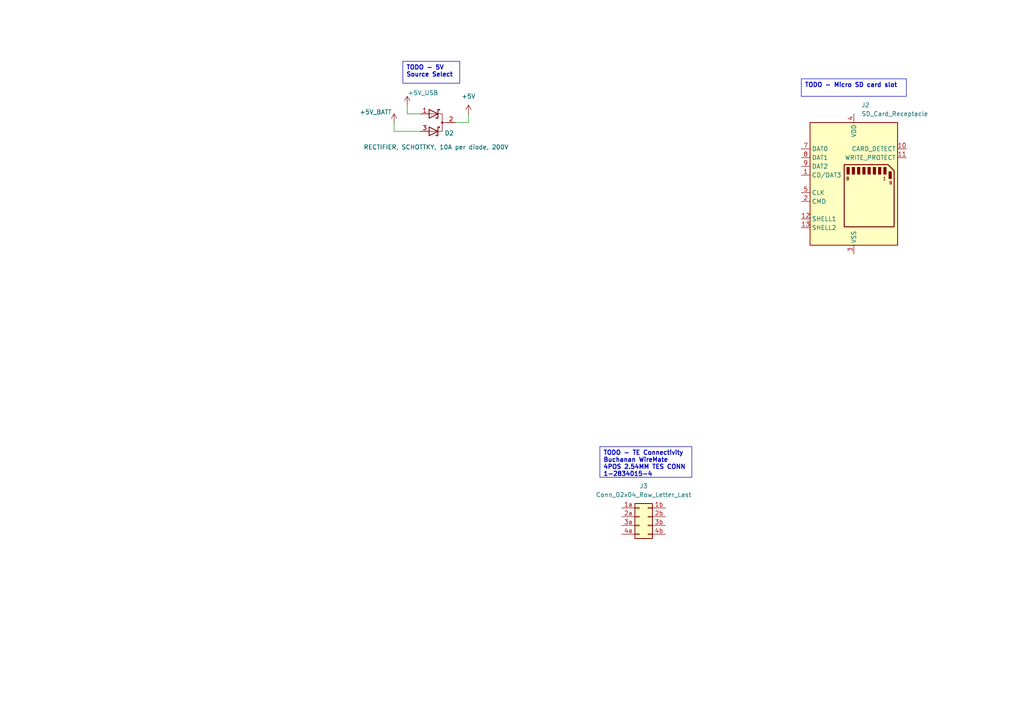
<source format=kicad_sch>
(kicad_sch (version 20231120) (generator "eeschema") (generator_version "8.0")
  (paper "A4")
  (lib_symbols
    (symbol "Connector:SD_Card_Receptacle"
      (property "Reference" "J" (at -11.938 19.304 0))
      (property "Value" "SD_Card_Receptacle" (at 10.922 -19.558 0))
      (symbol "SD_Card_Receptacle_0_1"
        (rectangle (start -2.032 2.794) (end -1.27 4.826) (fill (type outline)))
        (rectangle (start -0.508 2.794) (end 0.254 4.826) (fill (type outline)))
        (rectangle (start 1.016 2.794) (end 1.778 4.826) (fill (type outline)))
        (rectangle (start 2.54 2.794) (end 3.302 4.826) (fill (type outline)))
        (rectangle (start 4.064 2.794) (end 4.826 4.826) (fill (type outline)))
        (rectangle (start 5.588 2.794) (end 6.35 4.826) (fill (type outline)))
        (rectangle (start 7.112 2.794) (end 7.874 4.826) (fill (type outline)))
        (rectangle (start 8.636 2.794) (end 9.398 4.826) (fill (type outline)))
        (rectangle (start 10.16 1.524) (end 10.922 3.556) (fill (type outline)))
      )
      (symbol "SD_Card_Receptacle_1_1"
        (rectangle (start -12.7 17.78) (end 12.7 -17.78) (stroke (width 0.254)) (fill (type background)))
        (polyline (pts (xy 9.906 5.588) (xy -2.794 5.588) (xy -2.794 -12.446) (xy 11.684 -12.446) (xy 11.684 3.81) (xy 9.906 5.588)) (stroke (width 0.3)))
        (text "1" (at 8.89 1.524 0) (effects (font (size 0.9 0.9))))
        (text "8" (at -1.778 1.524 0) (effects (font (size 0.9 0.9))))
        (text "9" (at 10.668 0.254 0) (effects (font (size 0.9 0.9))))
        (pin bidirectional line (at -15.24 2.54 0) (length 2.54) (name "CD/DAT3") (number "1"))
        (pin output line (at 15.24 10.16 180) (length 2.54) (name "CARD_DETECT") (number "10"))
        (pin output line (at 15.24 7.62 180) (length 2.54) (name "WRITE_PROTECT") (number "11"))
        (pin passive line (at -15.24 -10.16 0) (length 2.54) (name "SHELL1") (number "12"))
        (pin passive line (at -15.24 -12.7 0) (length 2.54) (name "SHELL2") (number "13"))
        (pin bidirectional line (at -15.24 -5.08 0) (length 2.54) (name "CMD") (number "2"))
        (pin power_in line (at 0 -20.32 90) (length 2.54) (name "VSS") (number "3"))
        (pin power_in line (at 0 20.32 270) (length 2.54) (name "VDD") (number "4"))
        (pin input line (at -15.24 -2.54 0) (length 2.54) (name "CLK") (number "5"))
        (pin passive line (at 0 -20.32 90) (length 2.54) hide (name "VSS") (number "6"))
        (pin bidirectional line (at -15.24 10.16 0) (length 2.54) (name "DAT0") (number "7"))
        (pin bidirectional line (at -15.24 7.62 0) (length 2.54) (name "DAT1") (number "8"))
        (pin bidirectional line (at -15.24 5.08 0) (length 2.54) (name "DAT2") (number "9"))
      )
    )
    (symbol "Connector_Generic:Conn_02x04_Row_Letter_Last" (pin_names (offset 1.016) hide)
      (property "Reference" "J" (at 1.27 5.08 0))
      (property "Value" "Conn_02x04_Row_Letter_Last" (at 1.27 -7.62 0))
      (symbol "Conn_02x04_Row_Letter_Last_1_1"
        (rectangle (start -1.27 -4.953) (end 0 -5.207) (stroke (width 0.1524)))
        (rectangle (start -1.27 -2.413) (end 0 -2.667) (stroke (width 0.1524)))
        (rectangle (start -1.27 0.127) (end 0 -0.127) (stroke (width 0.1524)))
        (rectangle (start -1.27 2.667) (end 0 2.413) (stroke (width 0.1524)))
        (rectangle (start -1.27 3.81) (end 3.81 -6.35) (stroke (width 0.254)) (fill (type background)))
        (rectangle (start 3.81 -4.953) (end 2.54 -5.207) (stroke (width 0.1524)))
        (rectangle (start 3.81 -2.413) (end 2.54 -2.667) (stroke (width 0.1524)))
        (rectangle (start 3.81 0.127) (end 2.54 -0.127) (stroke (width 0.1524)))
        (rectangle (start 3.81 2.667) (end 2.54 2.413) (stroke (width 0.1524)))
        (pin passive line (at -5.08 2.54 0) (length 3.81) (name "Pin_1a") (number "1a"))
        (pin passive line (at 7.62 2.54 180) (length 3.81) (name "Pin_1b") (number "1b"))
        (pin passive line (at -5.08 0 0) (length 3.81) (name "Pin_2a") (number "2a"))
        (pin passive line (at 7.62 0 180) (length 3.81) (name "Pin_2b") (number "2b"))
        (pin passive line (at -5.08 -2.54 0) (length 3.81) (name "Pin_3a") (number "3a"))
        (pin passive line (at 7.62 -2.54 180) (length 3.81) (name "Pin_3b") (number "3b"))
        (pin passive line (at -5.08 -5.08 0) (length 3.81) (name "Pin_4a") (number "4a"))
        (pin passive line (at 7.62 -5.08 180) (length 3.81) (name "Pin_4b") (number "4b"))
      )
    )
    (symbol "Device:D_Schottky_Dual_CommonCathode_AKA_Parallel" (pin_names (offset 0.762) hide)
      (property "Reference" "D" (at 0 5.08 0))
      (property "Value" "D_Schottky_Dual_CommonCathode_AKA_Parallel" (at 0 -5.08 0))
      (symbol "D_Schottky_Dual_CommonCathode_AKA_Parallel_0_1"
        (polyline (pts (xy 1.27 0) (xy 2.54 0)))
        (polyline (pts (xy -2.54 -2.54) (xy 1.27 -2.54) (xy 1.27 2.54) (xy -2.54 2.54)))
        (polyline (pts (xy -2.54 -1.27) (xy 0 -2.54) (xy -2.54 -3.81) (xy -2.54 -1.27) (xy -2.54 -1.27) (xy -2.54 -1.27)) (stroke (width 0.254)))
        (polyline (pts (xy -2.54 3.81) (xy 0 2.54) (xy -2.54 1.27) (xy -2.54 3.81) (xy -2.54 3.81) (xy -2.54 3.81)) (stroke (width 0.254)))
        (polyline (pts (xy 0.508 -1.524) (xy 0.508 -1.27) (xy 0 -1.27) (xy 0 -3.81) (xy -0.508 -3.81) (xy -0.508 -3.556)) (stroke (width 0.254)))
        (polyline (pts (xy 0.508 3.556) (xy 0.508 3.81) (xy 0 3.81) (xy 0 1.27) (xy -0.508 1.27) (xy -0.508 1.524)) (stroke (width 0.254)))
        (circle (center 1.27 0) (radius 0.254) (fill (type outline)))
        (pin passive line (at -5.08 2.54 0) (length 2.54) (name "A") (number "1"))
        (pin passive line (at 5.08 0 180) (length 2.54) (name "K") (number "2"))
        (pin passive line (at -5.08 -2.54 0) (length 2.54) (name "A") (number "3"))
      )
    )
    (symbol "power:+5V" (power) (pin_numbers hide) (pin_names (offset 0) hide)
      (property "Value" "+5V" (at 0 3.556 0))
      (symbol "+5V_0_1"
        (polyline (pts (xy -0.762 1.27) (xy 0 2.54)))
        (polyline (pts (xy 0 0) (xy 0 2.54)))
        (polyline (pts (xy 0 2.54) (xy 0.762 1.27)))
      )
      (symbol "+5V_1_1"
        (pin power_in line (at 0 0 90) (length 0) (name "~") (number "1"))
      )
    )
  )
  (wire (pts (xy 118.11 33.02) (xy 121.92 33.02)))
  (wire (pts (xy 118.11 30.48) (xy 118.11 33.02)))
  (wire (pts (xy 132.08 35.56) (xy 135.89 35.56)))
  (wire (pts (xy 135.89 35.56) (xy 135.89 33.02)))
  (wire (pts (xy 114.3 38.1) (xy 114.3 35.56)))
  (wire (pts (xy 121.92 38.1) (xy 114.3 38.1)))
  (text_box "TODO - 5V Source Select" (at 116.84 17.78 0) (size 16.51 6.35) (effects (font (size 1.27 1.27) (thickness 0.254) (bold yes)) (justify left top)))
  (text_box "TODO - Micro SD card slot" (at 232.41 22.86 0) (size 30.48 5.08) (effects (font (size 1.27 1.27) (thickness 0.254) (bold yes)) (justify left top)))
  (text_box "TODO - TE Connectivity Buchanan WireMate\n4POS 2.54MM TES CONN\n1-2834015-4" (at 173.99 129.54 0) (size 26.67 8.89) (effects (font (size 1.27 1.27) (thickness 0.254) (bold yes)) (justify left top)))
  (symbol (lib_id "power:+5V") (at 118.11 30.48 0) (unit 1)
    (property "Reference" "#PWR031" (effects (hide yes)))
    (property "Value" "+5V_USB" (at 122.682 26.924 0))
    (property "Description" "Power symbol creates a global label with name \"+5V\"" (effects (hide yes)))
  )
  (symbol (lib_id "power:+5V") (at 135.89 33.02 0) (unit 1)
    (property "Reference" "#PWR032" (effects (hide yes)))
    (property "Value" "+5V" (at 135.89 27.94 0))
    (property "Description" "Power symbol creates a global label with name \"+5V\"" (effects (hide yes)))
  )
  (symbol (lib_id "Connector_Generic:Conn_02x04_Row_Letter_Last") (at 185.42 149.86 0) (unit 1)
    (property "Reference" "J3" (at 186.69 140.97 0))
    (property "Value" "Conn_02x04_Row_Letter_Last" (at 186.69 143.51 0))
    (property "Footprint" "Connector_PinSocket_2.54mm:PinSocket_2x04_P2.54mm_Vertical" (effects (hide yes)))
    (property "Description" "Generic connector, double row, 02x04, row letter last pin numbering scheme (pin number consists of a letter for the row and a number for the pin index in this row. 1a, ..., Na; 1b, ..., Nb)), script generated (kicad-library-utils/schlib/autogen/connector/)" (effects (hide yes)))
  )
  (symbol (lib_id "Device:D_Schottky_Dual_CommonCathode_AKA_Parallel") (at 127 35.56 0) (unit 1)
    (property "Reference" "D2" (at 130.302 38.608 0))
    (property "Value" "RECTIFIER, SCHOTTKY, 10A per diode, 200V" (at 126.492 42.672 0))
    (property "Footprint" "Package_TO_SOT_SMD:TO-263-2" (effects (hide yes)))
    (property "Datasheet" "https://www.digikey.com/en/products/detail/good-ark-semiconductor/MBRB20200CT-1/22531634" (effects (hide yes)))
    (property "Description" "MBRB20200CT-1 Dual Schottky Diode Array" (effects (hide yes)))
  )
  (symbol (lib_id "Connector:SD_Card_Receptacle") (at 247.65 53.34 0) (unit 1)
    (property "Reference" "J2" (at 249.8441 30.48 0) (effects (justify left)))
    (property "Value" "SD_Card_Receptacle" (at 249.8441 33.02 0) (effects (justify left)))
    (property "Footprint" "Connector_Card:microSD_HC_Molex_104031-0811" (effects (hide yes)))
    (property "Datasheet" "http://portal.fciconnect.com/Comergent//fci/drawing/10067847.pdf" (effects (hide yes)))
    (property "Description" "SD card receptacle" (effects (hide yes)))
  )
  (symbol (lib_id "power:+5V") (at 114.3 35.56 0) (unit 1)
    (property "Reference" "#PWR030" (effects (hide yes)))
    (property "Value" "+5V_BATT" (at 108.966 32.512 0))
    (property "Description" "Power symbol creates a global label with name \"+5V\"" (effects (hide yes)))
  )
)
</source>
